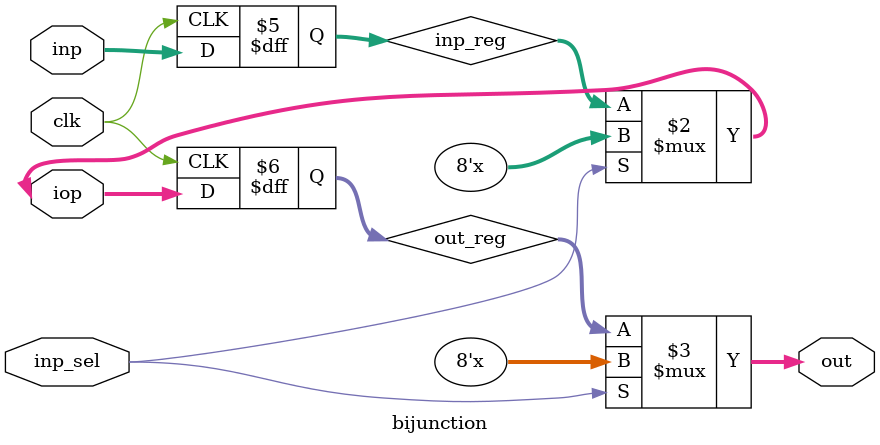
<source format=v>
module bijunction(	input wire clk, inp_sel,
					input wire  [7:0] inp,
					output wire [7:0] out,
					inout wire  [7:0] iop );

reg [7:0] inp_reg, out_reg;

assign iop	= !inp_sel
			? inp_reg
			: 8'bZ;

assign out = inp_sel
		   ? 8'bZ
		   : out_reg;

always @ (posedge clk) begin
	out_reg <= iop;
	inp_reg <= inp;
end

endmodule


</source>
